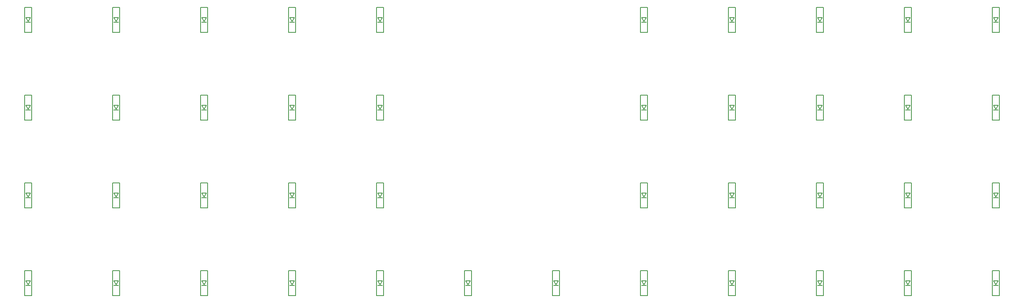
<source format=gbo>
G04 #@! TF.GenerationSoftware,KiCad,Pcbnew,5.1.9+dfsg1-1*
G04 #@! TF.CreationDate,2022-03-28T16:06:31+02:00*
G04 #@! TF.ProjectId,la_nc,6c615f6e-632e-46b6-9963-61645f706362,rev?*
G04 #@! TF.SameCoordinates,Original*
G04 #@! TF.FileFunction,Legend,Bot*
G04 #@! TF.FilePolarity,Positive*
%FSLAX46Y46*%
G04 Gerber Fmt 4.6, Leading zero omitted, Abs format (unit mm)*
G04 Created by KiCad (PCBNEW 5.1.9+dfsg1-1) date 2022-03-28 16:06:31*
%MOMM*%
%LPD*%
G01*
G04 APERTURE LIST*
%ADD10C,0.150000*%
%ADD11R,2.550000X2.500000*%
%ADD12C,1.750000*%
%ADD13C,3.987800*%
%ADD14R,1.000000X1.400000*%
%ADD15C,2.000000*%
%ADD16C,5.000000*%
%ADD17C,1.397000*%
%ADD18C,1.524000*%
G04 APERTURE END LIST*
D10*
X162445000Y-101125000D02*
X162445000Y-95725000D01*
X163945000Y-95725000D02*
X163945000Y-101125000D01*
X163945000Y-101125000D02*
X162445000Y-101125000D01*
X163945000Y-95725000D02*
X162445000Y-95725000D01*
X163695000Y-97925000D02*
X162695000Y-97925000D01*
X162695000Y-97925000D02*
X163195000Y-98825000D01*
X163195000Y-98825000D02*
X163695000Y-97925000D01*
X163695000Y-98925000D02*
X162695000Y-98925000D01*
X143395000Y-101125000D02*
X143395000Y-95725000D01*
X144895000Y-95725000D02*
X144895000Y-101125000D01*
X144895000Y-101125000D02*
X143395000Y-101125000D01*
X144895000Y-95725000D02*
X143395000Y-95725000D01*
X144645000Y-97925000D02*
X143645000Y-97925000D01*
X143645000Y-97925000D02*
X144145000Y-98825000D01*
X144145000Y-98825000D02*
X144645000Y-97925000D01*
X144645000Y-98925000D02*
X143645000Y-98925000D01*
X257695000Y-101125000D02*
X257695000Y-95725000D01*
X259195000Y-95725000D02*
X259195000Y-101125000D01*
X259195000Y-101125000D02*
X257695000Y-101125000D01*
X259195000Y-95725000D02*
X257695000Y-95725000D01*
X258945000Y-97925000D02*
X257945000Y-97925000D01*
X257945000Y-97925000D02*
X258445000Y-98825000D01*
X258445000Y-98825000D02*
X258945000Y-97925000D01*
X258945000Y-98925000D02*
X257945000Y-98925000D01*
X238645000Y-101125000D02*
X238645000Y-95725000D01*
X240145000Y-95725000D02*
X240145000Y-101125000D01*
X240145000Y-101125000D02*
X238645000Y-101125000D01*
X240145000Y-95725000D02*
X238645000Y-95725000D01*
X239895000Y-97925000D02*
X238895000Y-97925000D01*
X238895000Y-97925000D02*
X239395000Y-98825000D01*
X239395000Y-98825000D02*
X239895000Y-97925000D01*
X239895000Y-98925000D02*
X238895000Y-98925000D01*
X219595000Y-101125000D02*
X219595000Y-95725000D01*
X221095000Y-95725000D02*
X221095000Y-101125000D01*
X221095000Y-101125000D02*
X219595000Y-101125000D01*
X221095000Y-95725000D02*
X219595000Y-95725000D01*
X220845000Y-97925000D02*
X219845000Y-97925000D01*
X219845000Y-97925000D02*
X220345000Y-98825000D01*
X220345000Y-98825000D02*
X220845000Y-97925000D01*
X220845000Y-98925000D02*
X219845000Y-98925000D01*
X200545000Y-101125000D02*
X200545000Y-95725000D01*
X202045000Y-95725000D02*
X202045000Y-101125000D01*
X202045000Y-101125000D02*
X200545000Y-101125000D01*
X202045000Y-95725000D02*
X200545000Y-95725000D01*
X201795000Y-97925000D02*
X200795000Y-97925000D01*
X200795000Y-97925000D02*
X201295000Y-98825000D01*
X201295000Y-98825000D02*
X201795000Y-97925000D01*
X201795000Y-98925000D02*
X200795000Y-98925000D01*
X181495000Y-101125000D02*
X181495000Y-95725000D01*
X182995000Y-95725000D02*
X182995000Y-101125000D01*
X182995000Y-101125000D02*
X181495000Y-101125000D01*
X182995000Y-95725000D02*
X181495000Y-95725000D01*
X182745000Y-97925000D02*
X181745000Y-97925000D01*
X181745000Y-97925000D02*
X182245000Y-98825000D01*
X182245000Y-98825000D02*
X182745000Y-97925000D01*
X182745000Y-98925000D02*
X181745000Y-98925000D01*
X124345000Y-101125000D02*
X124345000Y-95725000D01*
X125845000Y-95725000D02*
X125845000Y-101125000D01*
X125845000Y-101125000D02*
X124345000Y-101125000D01*
X125845000Y-95725000D02*
X124345000Y-95725000D01*
X125595000Y-97925000D02*
X124595000Y-97925000D01*
X124595000Y-97925000D02*
X125095000Y-98825000D01*
X125095000Y-98825000D02*
X125595000Y-97925000D01*
X125595000Y-98925000D02*
X124595000Y-98925000D01*
X105295000Y-101125000D02*
X105295000Y-95725000D01*
X106795000Y-95725000D02*
X106795000Y-101125000D01*
X106795000Y-101125000D02*
X105295000Y-101125000D01*
X106795000Y-95725000D02*
X105295000Y-95725000D01*
X106545000Y-97925000D02*
X105545000Y-97925000D01*
X105545000Y-97925000D02*
X106045000Y-98825000D01*
X106045000Y-98825000D02*
X106545000Y-97925000D01*
X106545000Y-98925000D02*
X105545000Y-98925000D01*
X86245000Y-101125000D02*
X86245000Y-95725000D01*
X87745000Y-95725000D02*
X87745000Y-101125000D01*
X87745000Y-101125000D02*
X86245000Y-101125000D01*
X87745000Y-95725000D02*
X86245000Y-95725000D01*
X87495000Y-97925000D02*
X86495000Y-97925000D01*
X86495000Y-97925000D02*
X86995000Y-98825000D01*
X86995000Y-98825000D02*
X87495000Y-97925000D01*
X87495000Y-98925000D02*
X86495000Y-98925000D01*
X67195000Y-101125000D02*
X67195000Y-95725000D01*
X68695000Y-95725000D02*
X68695000Y-101125000D01*
X68695000Y-101125000D02*
X67195000Y-101125000D01*
X68695000Y-95725000D02*
X67195000Y-95725000D01*
X68445000Y-97925000D02*
X67445000Y-97925000D01*
X67445000Y-97925000D02*
X67945000Y-98825000D01*
X67945000Y-98825000D02*
X68445000Y-97925000D01*
X68445000Y-98925000D02*
X67445000Y-98925000D01*
X48145000Y-101125000D02*
X48145000Y-95725000D01*
X49645000Y-95725000D02*
X49645000Y-101125000D01*
X49645000Y-101125000D02*
X48145000Y-101125000D01*
X49645000Y-95725000D02*
X48145000Y-95725000D01*
X49395000Y-97925000D02*
X48395000Y-97925000D01*
X48395000Y-97925000D02*
X48895000Y-98825000D01*
X48895000Y-98825000D02*
X49395000Y-97925000D01*
X49395000Y-98925000D02*
X48395000Y-98925000D01*
X257695000Y-82075000D02*
X257695000Y-76675000D01*
X259195000Y-76675000D02*
X259195000Y-82075000D01*
X259195000Y-82075000D02*
X257695000Y-82075000D01*
X259195000Y-76675000D02*
X257695000Y-76675000D01*
X258945000Y-78875000D02*
X257945000Y-78875000D01*
X257945000Y-78875000D02*
X258445000Y-79775000D01*
X258445000Y-79775000D02*
X258945000Y-78875000D01*
X258945000Y-79875000D02*
X257945000Y-79875000D01*
X238645000Y-82075000D02*
X238645000Y-76675000D01*
X240145000Y-76675000D02*
X240145000Y-82075000D01*
X240145000Y-82075000D02*
X238645000Y-82075000D01*
X240145000Y-76675000D02*
X238645000Y-76675000D01*
X239895000Y-78875000D02*
X238895000Y-78875000D01*
X238895000Y-78875000D02*
X239395000Y-79775000D01*
X239395000Y-79775000D02*
X239895000Y-78875000D01*
X239895000Y-79875000D02*
X238895000Y-79875000D01*
X219595000Y-82075000D02*
X219595000Y-76675000D01*
X221095000Y-76675000D02*
X221095000Y-82075000D01*
X221095000Y-82075000D02*
X219595000Y-82075000D01*
X221095000Y-76675000D02*
X219595000Y-76675000D01*
X220845000Y-78875000D02*
X219845000Y-78875000D01*
X219845000Y-78875000D02*
X220345000Y-79775000D01*
X220345000Y-79775000D02*
X220845000Y-78875000D01*
X220845000Y-79875000D02*
X219845000Y-79875000D01*
X200545000Y-82075000D02*
X200545000Y-76675000D01*
X202045000Y-76675000D02*
X202045000Y-82075000D01*
X202045000Y-82075000D02*
X200545000Y-82075000D01*
X202045000Y-76675000D02*
X200545000Y-76675000D01*
X201795000Y-78875000D02*
X200795000Y-78875000D01*
X200795000Y-78875000D02*
X201295000Y-79775000D01*
X201295000Y-79775000D02*
X201795000Y-78875000D01*
X201795000Y-79875000D02*
X200795000Y-79875000D01*
X181495000Y-82075000D02*
X181495000Y-76675000D01*
X182995000Y-76675000D02*
X182995000Y-82075000D01*
X182995000Y-82075000D02*
X181495000Y-82075000D01*
X182995000Y-76675000D02*
X181495000Y-76675000D01*
X182745000Y-78875000D02*
X181745000Y-78875000D01*
X181745000Y-78875000D02*
X182245000Y-79775000D01*
X182245000Y-79775000D02*
X182745000Y-78875000D01*
X182745000Y-79875000D02*
X181745000Y-79875000D01*
X124345000Y-82075000D02*
X124345000Y-76675000D01*
X125845000Y-76675000D02*
X125845000Y-82075000D01*
X125845000Y-82075000D02*
X124345000Y-82075000D01*
X125845000Y-76675000D02*
X124345000Y-76675000D01*
X125595000Y-78875000D02*
X124595000Y-78875000D01*
X124595000Y-78875000D02*
X125095000Y-79775000D01*
X125095000Y-79775000D02*
X125595000Y-78875000D01*
X125595000Y-79875000D02*
X124595000Y-79875000D01*
X105295000Y-82075000D02*
X105295000Y-76675000D01*
X106795000Y-76675000D02*
X106795000Y-82075000D01*
X106795000Y-82075000D02*
X105295000Y-82075000D01*
X106795000Y-76675000D02*
X105295000Y-76675000D01*
X106545000Y-78875000D02*
X105545000Y-78875000D01*
X105545000Y-78875000D02*
X106045000Y-79775000D01*
X106045000Y-79775000D02*
X106545000Y-78875000D01*
X106545000Y-79875000D02*
X105545000Y-79875000D01*
X86245000Y-82075000D02*
X86245000Y-76675000D01*
X87745000Y-76675000D02*
X87745000Y-82075000D01*
X87745000Y-82075000D02*
X86245000Y-82075000D01*
X87745000Y-76675000D02*
X86245000Y-76675000D01*
X87495000Y-78875000D02*
X86495000Y-78875000D01*
X86495000Y-78875000D02*
X86995000Y-79775000D01*
X86995000Y-79775000D02*
X87495000Y-78875000D01*
X87495000Y-79875000D02*
X86495000Y-79875000D01*
X67195000Y-82075000D02*
X67195000Y-76675000D01*
X68695000Y-76675000D02*
X68695000Y-82075000D01*
X68695000Y-82075000D02*
X67195000Y-82075000D01*
X68695000Y-76675000D02*
X67195000Y-76675000D01*
X68445000Y-78875000D02*
X67445000Y-78875000D01*
X67445000Y-78875000D02*
X67945000Y-79775000D01*
X67945000Y-79775000D02*
X68445000Y-78875000D01*
X68445000Y-79875000D02*
X67445000Y-79875000D01*
X48145000Y-82075000D02*
X48145000Y-76675000D01*
X49645000Y-76675000D02*
X49645000Y-82075000D01*
X49645000Y-82075000D02*
X48145000Y-82075000D01*
X49645000Y-76675000D02*
X48145000Y-76675000D01*
X49395000Y-78875000D02*
X48395000Y-78875000D01*
X48395000Y-78875000D02*
X48895000Y-79775000D01*
X48895000Y-79775000D02*
X49395000Y-78875000D01*
X49395000Y-79875000D02*
X48395000Y-79875000D01*
X257695000Y-63025000D02*
X257695000Y-57625000D01*
X259195000Y-57625000D02*
X259195000Y-63025000D01*
X259195000Y-63025000D02*
X257695000Y-63025000D01*
X259195000Y-57625000D02*
X257695000Y-57625000D01*
X258945000Y-59825000D02*
X257945000Y-59825000D01*
X257945000Y-59825000D02*
X258445000Y-60725000D01*
X258445000Y-60725000D02*
X258945000Y-59825000D01*
X258945000Y-60825000D02*
X257945000Y-60825000D01*
X238645000Y-63025000D02*
X238645000Y-57625000D01*
X240145000Y-57625000D02*
X240145000Y-63025000D01*
X240145000Y-63025000D02*
X238645000Y-63025000D01*
X240145000Y-57625000D02*
X238645000Y-57625000D01*
X239895000Y-59825000D02*
X238895000Y-59825000D01*
X238895000Y-59825000D02*
X239395000Y-60725000D01*
X239395000Y-60725000D02*
X239895000Y-59825000D01*
X239895000Y-60825000D02*
X238895000Y-60825000D01*
X219595000Y-63025000D02*
X219595000Y-57625000D01*
X221095000Y-57625000D02*
X221095000Y-63025000D01*
X221095000Y-63025000D02*
X219595000Y-63025000D01*
X221095000Y-57625000D02*
X219595000Y-57625000D01*
X220845000Y-59825000D02*
X219845000Y-59825000D01*
X219845000Y-59825000D02*
X220345000Y-60725000D01*
X220345000Y-60725000D02*
X220845000Y-59825000D01*
X220845000Y-60825000D02*
X219845000Y-60825000D01*
X200545000Y-63025000D02*
X200545000Y-57625000D01*
X202045000Y-57625000D02*
X202045000Y-63025000D01*
X202045000Y-63025000D02*
X200545000Y-63025000D01*
X202045000Y-57625000D02*
X200545000Y-57625000D01*
X201795000Y-59825000D02*
X200795000Y-59825000D01*
X200795000Y-59825000D02*
X201295000Y-60725000D01*
X201295000Y-60725000D02*
X201795000Y-59825000D01*
X201795000Y-60825000D02*
X200795000Y-60825000D01*
X181495000Y-63025000D02*
X181495000Y-57625000D01*
X182995000Y-57625000D02*
X182995000Y-63025000D01*
X182995000Y-63025000D02*
X181495000Y-63025000D01*
X182995000Y-57625000D02*
X181495000Y-57625000D01*
X182745000Y-59825000D02*
X181745000Y-59825000D01*
X181745000Y-59825000D02*
X182245000Y-60725000D01*
X182245000Y-60725000D02*
X182745000Y-59825000D01*
X182745000Y-60825000D02*
X181745000Y-60825000D01*
X124345000Y-63025000D02*
X124345000Y-57625000D01*
X125845000Y-57625000D02*
X125845000Y-63025000D01*
X125845000Y-63025000D02*
X124345000Y-63025000D01*
X125845000Y-57625000D02*
X124345000Y-57625000D01*
X125595000Y-59825000D02*
X124595000Y-59825000D01*
X124595000Y-59825000D02*
X125095000Y-60725000D01*
X125095000Y-60725000D02*
X125595000Y-59825000D01*
X125595000Y-60825000D02*
X124595000Y-60825000D01*
X105295000Y-63025000D02*
X105295000Y-57625000D01*
X106795000Y-57625000D02*
X106795000Y-63025000D01*
X106795000Y-63025000D02*
X105295000Y-63025000D01*
X106795000Y-57625000D02*
X105295000Y-57625000D01*
X106545000Y-59825000D02*
X105545000Y-59825000D01*
X105545000Y-59825000D02*
X106045000Y-60725000D01*
X106045000Y-60725000D02*
X106545000Y-59825000D01*
X106545000Y-60825000D02*
X105545000Y-60825000D01*
X86245000Y-63025000D02*
X86245000Y-57625000D01*
X87745000Y-57625000D02*
X87745000Y-63025000D01*
X87745000Y-63025000D02*
X86245000Y-63025000D01*
X87745000Y-57625000D02*
X86245000Y-57625000D01*
X87495000Y-59825000D02*
X86495000Y-59825000D01*
X86495000Y-59825000D02*
X86995000Y-60725000D01*
X86995000Y-60725000D02*
X87495000Y-59825000D01*
X87495000Y-60825000D02*
X86495000Y-60825000D01*
X67195000Y-63025000D02*
X67195000Y-57625000D01*
X68695000Y-57625000D02*
X68695000Y-63025000D01*
X68695000Y-63025000D02*
X67195000Y-63025000D01*
X68695000Y-57625000D02*
X67195000Y-57625000D01*
X68445000Y-59825000D02*
X67445000Y-59825000D01*
X67445000Y-59825000D02*
X67945000Y-60725000D01*
X67945000Y-60725000D02*
X68445000Y-59825000D01*
X68445000Y-60825000D02*
X67445000Y-60825000D01*
X48145000Y-63025000D02*
X48145000Y-57625000D01*
X49645000Y-57625000D02*
X49645000Y-63025000D01*
X49645000Y-63025000D02*
X48145000Y-63025000D01*
X49645000Y-57625000D02*
X48145000Y-57625000D01*
X49395000Y-59825000D02*
X48395000Y-59825000D01*
X48395000Y-59825000D02*
X48895000Y-60725000D01*
X48895000Y-60725000D02*
X49395000Y-59825000D01*
X49395000Y-60825000D02*
X48395000Y-60825000D01*
X257695000Y-43975000D02*
X257695000Y-38575000D01*
X259195000Y-38575000D02*
X259195000Y-43975000D01*
X259195000Y-43975000D02*
X257695000Y-43975000D01*
X259195000Y-38575000D02*
X257695000Y-38575000D01*
X258945000Y-40775000D02*
X257945000Y-40775000D01*
X257945000Y-40775000D02*
X258445000Y-41675000D01*
X258445000Y-41675000D02*
X258945000Y-40775000D01*
X258945000Y-41775000D02*
X257945000Y-41775000D01*
X238645000Y-43975000D02*
X238645000Y-38575000D01*
X240145000Y-38575000D02*
X240145000Y-43975000D01*
X240145000Y-43975000D02*
X238645000Y-43975000D01*
X240145000Y-38575000D02*
X238645000Y-38575000D01*
X239895000Y-40775000D02*
X238895000Y-40775000D01*
X238895000Y-40775000D02*
X239395000Y-41675000D01*
X239395000Y-41675000D02*
X239895000Y-40775000D01*
X239895000Y-41775000D02*
X238895000Y-41775000D01*
X219595000Y-43975000D02*
X219595000Y-38575000D01*
X221095000Y-38575000D02*
X221095000Y-43975000D01*
X221095000Y-43975000D02*
X219595000Y-43975000D01*
X221095000Y-38575000D02*
X219595000Y-38575000D01*
X220845000Y-40775000D02*
X219845000Y-40775000D01*
X219845000Y-40775000D02*
X220345000Y-41675000D01*
X220345000Y-41675000D02*
X220845000Y-40775000D01*
X220845000Y-41775000D02*
X219845000Y-41775000D01*
X200545000Y-43975000D02*
X200545000Y-38575000D01*
X202045000Y-38575000D02*
X202045000Y-43975000D01*
X202045000Y-43975000D02*
X200545000Y-43975000D01*
X202045000Y-38575000D02*
X200545000Y-38575000D01*
X201795000Y-40775000D02*
X200795000Y-40775000D01*
X200795000Y-40775000D02*
X201295000Y-41675000D01*
X201295000Y-41675000D02*
X201795000Y-40775000D01*
X201795000Y-41775000D02*
X200795000Y-41775000D01*
X181495000Y-43975000D02*
X181495000Y-38575000D01*
X182995000Y-38575000D02*
X182995000Y-43975000D01*
X182995000Y-43975000D02*
X181495000Y-43975000D01*
X182995000Y-38575000D02*
X181495000Y-38575000D01*
X182745000Y-40775000D02*
X181745000Y-40775000D01*
X181745000Y-40775000D02*
X182245000Y-41675000D01*
X182245000Y-41675000D02*
X182745000Y-40775000D01*
X182745000Y-41775000D02*
X181745000Y-41775000D01*
X124345000Y-43975000D02*
X124345000Y-38575000D01*
X125845000Y-38575000D02*
X125845000Y-43975000D01*
X125845000Y-43975000D02*
X124345000Y-43975000D01*
X125845000Y-38575000D02*
X124345000Y-38575000D01*
X125595000Y-40775000D02*
X124595000Y-40775000D01*
X124595000Y-40775000D02*
X125095000Y-41675000D01*
X125095000Y-41675000D02*
X125595000Y-40775000D01*
X125595000Y-41775000D02*
X124595000Y-41775000D01*
X105295000Y-43975000D02*
X105295000Y-38575000D01*
X106795000Y-38575000D02*
X106795000Y-43975000D01*
X106795000Y-43975000D02*
X105295000Y-43975000D01*
X106795000Y-38575000D02*
X105295000Y-38575000D01*
X106545000Y-40775000D02*
X105545000Y-40775000D01*
X105545000Y-40775000D02*
X106045000Y-41675000D01*
X106045000Y-41675000D02*
X106545000Y-40775000D01*
X106545000Y-41775000D02*
X105545000Y-41775000D01*
X86245000Y-43975000D02*
X86245000Y-38575000D01*
X87745000Y-38575000D02*
X87745000Y-43975000D01*
X87745000Y-43975000D02*
X86245000Y-43975000D01*
X87745000Y-38575000D02*
X86245000Y-38575000D01*
X87495000Y-40775000D02*
X86495000Y-40775000D01*
X86495000Y-40775000D02*
X86995000Y-41675000D01*
X86995000Y-41675000D02*
X87495000Y-40775000D01*
X87495000Y-41775000D02*
X86495000Y-41775000D01*
X67195000Y-43975000D02*
X67195000Y-38575000D01*
X68695000Y-38575000D02*
X68695000Y-43975000D01*
X68695000Y-43975000D02*
X67195000Y-43975000D01*
X68695000Y-38575000D02*
X67195000Y-38575000D01*
X68445000Y-40775000D02*
X67445000Y-40775000D01*
X67445000Y-40775000D02*
X67945000Y-41675000D01*
X67945000Y-41675000D02*
X68445000Y-40775000D01*
X68445000Y-41775000D02*
X67445000Y-41775000D01*
X48145000Y-43975000D02*
X48145000Y-38575000D01*
X49645000Y-38575000D02*
X49645000Y-43975000D01*
X49645000Y-43975000D02*
X48145000Y-43975000D01*
X49645000Y-38575000D02*
X48145000Y-38575000D01*
X49395000Y-40775000D02*
X48395000Y-40775000D01*
X48395000Y-40775000D02*
X48895000Y-41675000D01*
X48895000Y-41675000D02*
X49395000Y-40775000D01*
X49395000Y-41775000D02*
X48395000Y-41775000D01*
%LPC*%
D11*
X161390000Y-93345000D03*
X148490000Y-95885000D03*
D12*
X160655000Y-98425000D03*
X150495000Y-98425000D03*
D13*
X155575000Y-98425000D03*
D11*
X142340000Y-93345000D03*
X129440000Y-95885000D03*
D12*
X141605000Y-98425000D03*
X131445000Y-98425000D03*
D13*
X136525000Y-98425000D03*
D11*
X256640000Y-93345000D03*
X243740000Y-95885000D03*
D12*
X255905000Y-98425000D03*
X245745000Y-98425000D03*
D13*
X250825000Y-98425000D03*
D11*
X237590000Y-93345000D03*
X224690000Y-95885000D03*
D12*
X236855000Y-98425000D03*
X226695000Y-98425000D03*
D13*
X231775000Y-98425000D03*
D11*
X218540000Y-93345000D03*
X205640000Y-95885000D03*
D12*
X217805000Y-98425000D03*
X207645000Y-98425000D03*
D13*
X212725000Y-98425000D03*
D11*
X199490000Y-93345000D03*
X186590000Y-95885000D03*
D12*
X198755000Y-98425000D03*
X188595000Y-98425000D03*
D13*
X193675000Y-98425000D03*
D11*
X180440000Y-93345000D03*
X167540000Y-95885000D03*
D12*
X179705000Y-98425000D03*
X169545000Y-98425000D03*
D13*
X174625000Y-98425000D03*
D11*
X123290000Y-93345000D03*
X110390000Y-95885000D03*
D12*
X122555000Y-98425000D03*
X112395000Y-98425000D03*
D13*
X117475000Y-98425000D03*
D11*
X104240000Y-93345000D03*
X91340000Y-95885000D03*
D12*
X103505000Y-98425000D03*
X93345000Y-98425000D03*
D13*
X98425000Y-98425000D03*
D11*
X85190000Y-93345000D03*
X72290000Y-95885000D03*
D12*
X84455000Y-98425000D03*
X74295000Y-98425000D03*
D13*
X79375000Y-98425000D03*
D11*
X66140000Y-93345000D03*
X53240000Y-95885000D03*
D12*
X65405000Y-98425000D03*
X55245000Y-98425000D03*
D13*
X60325000Y-98425000D03*
D11*
X47090000Y-93345000D03*
X34190000Y-95885000D03*
D12*
X46355000Y-98425000D03*
X36195000Y-98425000D03*
D13*
X41275000Y-98425000D03*
D11*
X256640000Y-74295000D03*
X243740000Y-76835000D03*
D12*
X255905000Y-79375000D03*
X245745000Y-79375000D03*
D13*
X250825000Y-79375000D03*
D11*
X237590000Y-74295000D03*
X224690000Y-76835000D03*
D12*
X236855000Y-79375000D03*
X226695000Y-79375000D03*
D13*
X231775000Y-79375000D03*
D11*
X218540000Y-74295000D03*
X205640000Y-76835000D03*
D12*
X217805000Y-79375000D03*
X207645000Y-79375000D03*
D13*
X212725000Y-79375000D03*
D11*
X199490000Y-74295000D03*
X186590000Y-76835000D03*
D12*
X198755000Y-79375000D03*
X188595000Y-79375000D03*
D13*
X193675000Y-79375000D03*
D11*
X180440000Y-74295000D03*
X167540000Y-76835000D03*
D12*
X179705000Y-79375000D03*
X169545000Y-79375000D03*
D13*
X174625000Y-79375000D03*
D11*
X123290000Y-74295000D03*
X110390000Y-76835000D03*
D12*
X122555000Y-79375000D03*
X112395000Y-79375000D03*
D13*
X117475000Y-79375000D03*
D11*
X104240000Y-74295000D03*
X91340000Y-76835000D03*
D12*
X103505000Y-79375000D03*
X93345000Y-79375000D03*
D13*
X98425000Y-79375000D03*
D11*
X85190000Y-74295000D03*
X72290000Y-76835000D03*
D12*
X84455000Y-79375000D03*
X74295000Y-79375000D03*
D13*
X79375000Y-79375000D03*
D11*
X66140000Y-74295000D03*
X53240000Y-76835000D03*
D12*
X65405000Y-79375000D03*
X55245000Y-79375000D03*
D13*
X60325000Y-79375000D03*
D11*
X47090000Y-74295000D03*
X34190000Y-76835000D03*
D12*
X46355000Y-79375000D03*
X36195000Y-79375000D03*
D13*
X41275000Y-79375000D03*
D11*
X256640000Y-55245000D03*
X243740000Y-57785000D03*
D12*
X255905000Y-60325000D03*
X245745000Y-60325000D03*
D13*
X250825000Y-60325000D03*
D11*
X237590000Y-55245000D03*
X224690000Y-57785000D03*
D12*
X236855000Y-60325000D03*
X226695000Y-60325000D03*
D13*
X231775000Y-60325000D03*
D11*
X218540000Y-55245000D03*
X205640000Y-57785000D03*
D12*
X217805000Y-60325000D03*
X207645000Y-60325000D03*
D13*
X212725000Y-60325000D03*
D11*
X199490000Y-55245000D03*
X186590000Y-57785000D03*
D12*
X198755000Y-60325000D03*
X188595000Y-60325000D03*
D13*
X193675000Y-60325000D03*
D11*
X180440000Y-55245000D03*
X167540000Y-57785000D03*
D12*
X179705000Y-60325000D03*
X169545000Y-60325000D03*
D13*
X174625000Y-60325000D03*
D11*
X123290000Y-55245000D03*
X110390000Y-57785000D03*
D12*
X122555000Y-60325000D03*
X112395000Y-60325000D03*
D13*
X117475000Y-60325000D03*
D11*
X104240000Y-55245000D03*
X91340000Y-57785000D03*
D12*
X103505000Y-60325000D03*
X93345000Y-60325000D03*
D13*
X98425000Y-60325000D03*
D11*
X85190000Y-55245000D03*
X72290000Y-57785000D03*
D12*
X84455000Y-60325000D03*
X74295000Y-60325000D03*
D13*
X79375000Y-60325000D03*
D11*
X66140000Y-55245000D03*
X53240000Y-57785000D03*
D12*
X65405000Y-60325000D03*
X55245000Y-60325000D03*
D13*
X60325000Y-60325000D03*
D11*
X47090000Y-55245000D03*
X34190000Y-57785000D03*
D12*
X46355000Y-60325000D03*
X36195000Y-60325000D03*
D13*
X41275000Y-60325000D03*
D11*
X256640000Y-36195000D03*
X243740000Y-38735000D03*
D12*
X255905000Y-41275000D03*
X245745000Y-41275000D03*
D13*
X250825000Y-41275000D03*
D11*
X237590000Y-36195000D03*
X224690000Y-38735000D03*
D12*
X236855000Y-41275000D03*
X226695000Y-41275000D03*
D13*
X231775000Y-41275000D03*
D11*
X218540000Y-36195000D03*
X205640000Y-38735000D03*
D12*
X217805000Y-41275000D03*
X207645000Y-41275000D03*
D13*
X212725000Y-41275000D03*
D11*
X199490000Y-36195000D03*
X186590000Y-38735000D03*
D12*
X198755000Y-41275000D03*
X188595000Y-41275000D03*
D13*
X193675000Y-41275000D03*
D11*
X180440000Y-36195000D03*
X167540000Y-38735000D03*
D12*
X179705000Y-41275000D03*
X169545000Y-41275000D03*
D13*
X174625000Y-41275000D03*
D11*
X123290000Y-36195000D03*
X110390000Y-38735000D03*
D12*
X122555000Y-41275000D03*
X112395000Y-41275000D03*
D13*
X117475000Y-41275000D03*
D11*
X104240000Y-36195000D03*
X91340000Y-38735000D03*
D12*
X103505000Y-41275000D03*
X93345000Y-41275000D03*
D13*
X98425000Y-41275000D03*
D11*
X85190000Y-36195000D03*
X72290000Y-38735000D03*
D12*
X84455000Y-41275000D03*
X74295000Y-41275000D03*
D13*
X79375000Y-41275000D03*
D11*
X66140000Y-36195000D03*
X53240000Y-38735000D03*
D12*
X65405000Y-41275000D03*
X55245000Y-41275000D03*
D13*
X60325000Y-41275000D03*
D11*
X47090000Y-36195000D03*
X34190000Y-38735000D03*
D12*
X46355000Y-41275000D03*
X36195000Y-41275000D03*
D13*
X41275000Y-41275000D03*
D14*
X163195000Y-96650000D03*
X163195000Y-100200000D03*
X144145000Y-96650000D03*
X144145000Y-100200000D03*
X258445000Y-96650000D03*
X258445000Y-100200000D03*
X239395000Y-96650000D03*
X239395000Y-100200000D03*
X220345000Y-96650000D03*
X220345000Y-100200000D03*
X201295000Y-96650000D03*
X201295000Y-100200000D03*
X182245000Y-96650000D03*
X182245000Y-100200000D03*
X125095000Y-96650000D03*
X125095000Y-100200000D03*
X106045000Y-96650000D03*
X106045000Y-100200000D03*
X86995000Y-96650000D03*
X86995000Y-100200000D03*
X67945000Y-96650000D03*
X67945000Y-100200000D03*
X48895000Y-96650000D03*
X48895000Y-100200000D03*
X258445000Y-77600000D03*
X258445000Y-81150000D03*
X239395000Y-77600000D03*
X239395000Y-81150000D03*
X220345000Y-77600000D03*
X220345000Y-81150000D03*
X201295000Y-77600000D03*
X201295000Y-81150000D03*
X182245000Y-77600000D03*
X182245000Y-81150000D03*
X125095000Y-77600000D03*
X125095000Y-81150000D03*
X106045000Y-77600000D03*
X106045000Y-81150000D03*
X86995000Y-77600000D03*
X86995000Y-81150000D03*
X67945000Y-77600000D03*
X67945000Y-81150000D03*
X48895000Y-77600000D03*
X48895000Y-81150000D03*
X258445000Y-58550000D03*
X258445000Y-62100000D03*
X239395000Y-58550000D03*
X239395000Y-62100000D03*
X220345000Y-58550000D03*
X220345000Y-62100000D03*
X201295000Y-58550000D03*
X201295000Y-62100000D03*
X182245000Y-58550000D03*
X182245000Y-62100000D03*
X125095000Y-58550000D03*
X125095000Y-62100000D03*
X106045000Y-58550000D03*
X106045000Y-62100000D03*
X86995000Y-58550000D03*
X86995000Y-62100000D03*
X67945000Y-58550000D03*
X67945000Y-62100000D03*
X48895000Y-58550000D03*
X48895000Y-62100000D03*
X258445000Y-39500000D03*
X258445000Y-43050000D03*
X239395000Y-39500000D03*
X239395000Y-43050000D03*
X220345000Y-39500000D03*
X220345000Y-43050000D03*
X201295000Y-39500000D03*
X201295000Y-43050000D03*
X182245000Y-39500000D03*
X182245000Y-43050000D03*
X125095000Y-39500000D03*
X125095000Y-43050000D03*
X106045000Y-39500000D03*
X106045000Y-43050000D03*
X86995000Y-39500000D03*
X86995000Y-43050000D03*
X67945000Y-39500000D03*
X67945000Y-43050000D03*
X48895000Y-39500000D03*
X48895000Y-43050000D03*
D15*
X149300000Y-74612500D03*
X142800000Y-74612500D03*
D16*
X241300000Y-88900000D03*
X241300000Y-50800000D03*
X165100000Y-88900000D03*
X165100000Y-50800000D03*
X127000000Y-88900000D03*
X127000000Y-50800000D03*
X50800000Y-88900000D03*
D17*
X149860000Y-70643750D03*
X147320000Y-70643750D03*
X144780000Y-70643750D03*
X142240000Y-70643750D03*
D16*
X50800000Y-50800000D03*
D18*
X138441400Y-38703250D03*
X138441400Y-41243250D03*
X138441400Y-43783250D03*
X138441400Y-46323250D03*
X138441400Y-48863250D03*
X138441400Y-51403250D03*
X138441400Y-53943250D03*
X138441400Y-56483250D03*
X138441400Y-59023250D03*
X138441400Y-61563250D03*
X138441400Y-64103250D03*
X138441400Y-66643250D03*
X153661400Y-66643250D03*
X153661400Y-64103250D03*
X153661400Y-61563250D03*
X153661400Y-59023250D03*
X153661400Y-56483250D03*
X153661400Y-53943250D03*
X153661400Y-51403250D03*
X153661400Y-48863250D03*
X153661400Y-46323250D03*
X153661400Y-43783250D03*
X153661400Y-41243250D03*
X153661400Y-38703250D03*
M02*

</source>
